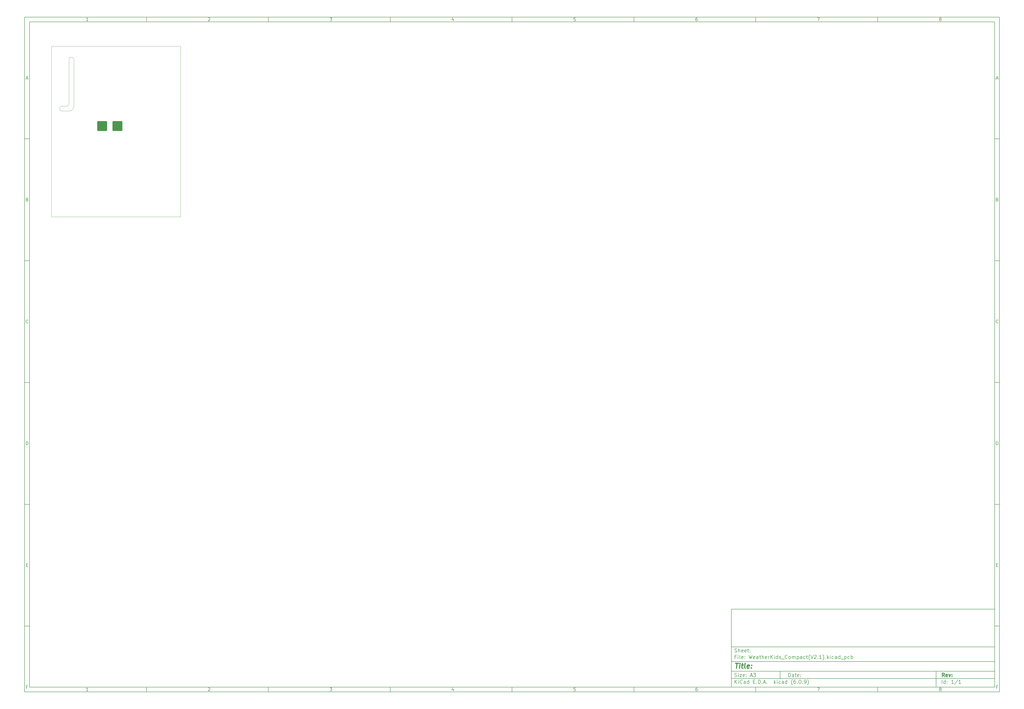
<source format=gbr>
%TF.GenerationSoftware,KiCad,Pcbnew,(6.0.9)*%
%TF.CreationDate,2023-07-16T00:02:42+05:30*%
%TF.ProjectId,WeatherKids_Compact(V2.1),57656174-6865-4724-9b69-64735f436f6d,rev?*%
%TF.SameCoordinates,Original*%
%TF.FileFunction,Paste,Bot*%
%TF.FilePolarity,Positive*%
%FSLAX46Y46*%
G04 Gerber Fmt 4.6, Leading zero omitted, Abs format (unit mm)*
G04 Created by KiCad (PCBNEW (6.0.9)) date 2023-07-16 00:02:42*
%MOMM*%
%LPD*%
G01*
G04 APERTURE LIST*
G04 Aperture macros list*
%AMRoundRect*
0 Rectangle with rounded corners*
0 $1 Rounding radius*
0 $2 $3 $4 $5 $6 $7 $8 $9 X,Y pos of 4 corners*
0 Add a 4 corners polygon primitive as box body*
4,1,4,$2,$3,$4,$5,$6,$7,$8,$9,$2,$3,0*
0 Add four circle primitives for the rounded corners*
1,1,$1+$1,$2,$3*
1,1,$1+$1,$4,$5*
1,1,$1+$1,$6,$7*
1,1,$1+$1,$8,$9*
0 Add four rect primitives between the rounded corners*
20,1,$1+$1,$2,$3,$4,$5,0*
20,1,$1+$1,$4,$5,$6,$7,0*
20,1,$1+$1,$6,$7,$8,$9,0*
20,1,$1+$1,$8,$9,$2,$3,0*%
G04 Aperture macros list end*
%ADD10C,0.100000*%
%ADD11C,0.150000*%
%ADD12C,0.300000*%
%ADD13C,0.400000*%
%TA.AperFunction,Profile*%
%ADD14C,0.050000*%
%TD*%
%ADD15RoundRect,0.227272X-1.772728X-1.772728X1.772728X-1.772728X1.772728X1.772728X-1.772728X1.772728X0*%
%ADD16RoundRect,0.227272X1.772728X1.772728X-1.772728X1.772728X-1.772728X-1.772728X1.772728X-1.772728X0*%
G04 APERTURE END LIST*
D10*
D11*
X299989000Y-253002200D02*
X299989000Y-285002200D01*
X407989000Y-285002200D01*
X407989000Y-253002200D01*
X299989000Y-253002200D01*
D10*
D11*
X10000000Y-10000000D02*
X10000000Y-287002200D01*
X409989000Y-287002200D01*
X409989000Y-10000000D01*
X10000000Y-10000000D01*
D10*
D11*
X12000000Y-12000000D02*
X12000000Y-285002200D01*
X407989000Y-285002200D01*
X407989000Y-12000000D01*
X12000000Y-12000000D01*
D10*
D11*
X60000000Y-12000000D02*
X60000000Y-10000000D01*
D10*
D11*
X110000000Y-12000000D02*
X110000000Y-10000000D01*
D10*
D11*
X160000000Y-12000000D02*
X160000000Y-10000000D01*
D10*
D11*
X210000000Y-12000000D02*
X210000000Y-10000000D01*
D10*
D11*
X260000000Y-12000000D02*
X260000000Y-10000000D01*
D10*
D11*
X310000000Y-12000000D02*
X310000000Y-10000000D01*
D10*
D11*
X360000000Y-12000000D02*
X360000000Y-10000000D01*
D10*
D11*
X36065476Y-11588095D02*
X35322619Y-11588095D01*
X35694047Y-11588095D02*
X35694047Y-10288095D01*
X35570238Y-10473809D01*
X35446428Y-10597619D01*
X35322619Y-10659523D01*
D10*
D11*
X85322619Y-10411904D02*
X85384523Y-10350000D01*
X85508333Y-10288095D01*
X85817857Y-10288095D01*
X85941666Y-10350000D01*
X86003571Y-10411904D01*
X86065476Y-10535714D01*
X86065476Y-10659523D01*
X86003571Y-10845238D01*
X85260714Y-11588095D01*
X86065476Y-11588095D01*
D10*
D11*
X135260714Y-10288095D02*
X136065476Y-10288095D01*
X135632142Y-10783333D01*
X135817857Y-10783333D01*
X135941666Y-10845238D01*
X136003571Y-10907142D01*
X136065476Y-11030952D01*
X136065476Y-11340476D01*
X136003571Y-11464285D01*
X135941666Y-11526190D01*
X135817857Y-11588095D01*
X135446428Y-11588095D01*
X135322619Y-11526190D01*
X135260714Y-11464285D01*
D10*
D11*
X185941666Y-10721428D02*
X185941666Y-11588095D01*
X185632142Y-10226190D02*
X185322619Y-11154761D01*
X186127380Y-11154761D01*
D10*
D11*
X236003571Y-10288095D02*
X235384523Y-10288095D01*
X235322619Y-10907142D01*
X235384523Y-10845238D01*
X235508333Y-10783333D01*
X235817857Y-10783333D01*
X235941666Y-10845238D01*
X236003571Y-10907142D01*
X236065476Y-11030952D01*
X236065476Y-11340476D01*
X236003571Y-11464285D01*
X235941666Y-11526190D01*
X235817857Y-11588095D01*
X235508333Y-11588095D01*
X235384523Y-11526190D01*
X235322619Y-11464285D01*
D10*
D11*
X285941666Y-10288095D02*
X285694047Y-10288095D01*
X285570238Y-10350000D01*
X285508333Y-10411904D01*
X285384523Y-10597619D01*
X285322619Y-10845238D01*
X285322619Y-11340476D01*
X285384523Y-11464285D01*
X285446428Y-11526190D01*
X285570238Y-11588095D01*
X285817857Y-11588095D01*
X285941666Y-11526190D01*
X286003571Y-11464285D01*
X286065476Y-11340476D01*
X286065476Y-11030952D01*
X286003571Y-10907142D01*
X285941666Y-10845238D01*
X285817857Y-10783333D01*
X285570238Y-10783333D01*
X285446428Y-10845238D01*
X285384523Y-10907142D01*
X285322619Y-11030952D01*
D10*
D11*
X335260714Y-10288095D02*
X336127380Y-10288095D01*
X335570238Y-11588095D01*
D10*
D11*
X385570238Y-10845238D02*
X385446428Y-10783333D01*
X385384523Y-10721428D01*
X385322619Y-10597619D01*
X385322619Y-10535714D01*
X385384523Y-10411904D01*
X385446428Y-10350000D01*
X385570238Y-10288095D01*
X385817857Y-10288095D01*
X385941666Y-10350000D01*
X386003571Y-10411904D01*
X386065476Y-10535714D01*
X386065476Y-10597619D01*
X386003571Y-10721428D01*
X385941666Y-10783333D01*
X385817857Y-10845238D01*
X385570238Y-10845238D01*
X385446428Y-10907142D01*
X385384523Y-10969047D01*
X385322619Y-11092857D01*
X385322619Y-11340476D01*
X385384523Y-11464285D01*
X385446428Y-11526190D01*
X385570238Y-11588095D01*
X385817857Y-11588095D01*
X385941666Y-11526190D01*
X386003571Y-11464285D01*
X386065476Y-11340476D01*
X386065476Y-11092857D01*
X386003571Y-10969047D01*
X385941666Y-10907142D01*
X385817857Y-10845238D01*
D10*
D11*
X60000000Y-285002200D02*
X60000000Y-287002200D01*
D10*
D11*
X110000000Y-285002200D02*
X110000000Y-287002200D01*
D10*
D11*
X160000000Y-285002200D02*
X160000000Y-287002200D01*
D10*
D11*
X210000000Y-285002200D02*
X210000000Y-287002200D01*
D10*
D11*
X260000000Y-285002200D02*
X260000000Y-287002200D01*
D10*
D11*
X310000000Y-285002200D02*
X310000000Y-287002200D01*
D10*
D11*
X360000000Y-285002200D02*
X360000000Y-287002200D01*
D10*
D11*
X36065476Y-286590295D02*
X35322619Y-286590295D01*
X35694047Y-286590295D02*
X35694047Y-285290295D01*
X35570238Y-285476009D01*
X35446428Y-285599819D01*
X35322619Y-285661723D01*
D10*
D11*
X85322619Y-285414104D02*
X85384523Y-285352200D01*
X85508333Y-285290295D01*
X85817857Y-285290295D01*
X85941666Y-285352200D01*
X86003571Y-285414104D01*
X86065476Y-285537914D01*
X86065476Y-285661723D01*
X86003571Y-285847438D01*
X85260714Y-286590295D01*
X86065476Y-286590295D01*
D10*
D11*
X135260714Y-285290295D02*
X136065476Y-285290295D01*
X135632142Y-285785533D01*
X135817857Y-285785533D01*
X135941666Y-285847438D01*
X136003571Y-285909342D01*
X136065476Y-286033152D01*
X136065476Y-286342676D01*
X136003571Y-286466485D01*
X135941666Y-286528390D01*
X135817857Y-286590295D01*
X135446428Y-286590295D01*
X135322619Y-286528390D01*
X135260714Y-286466485D01*
D10*
D11*
X185941666Y-285723628D02*
X185941666Y-286590295D01*
X185632142Y-285228390D02*
X185322619Y-286156961D01*
X186127380Y-286156961D01*
D10*
D11*
X236003571Y-285290295D02*
X235384523Y-285290295D01*
X235322619Y-285909342D01*
X235384523Y-285847438D01*
X235508333Y-285785533D01*
X235817857Y-285785533D01*
X235941666Y-285847438D01*
X236003571Y-285909342D01*
X236065476Y-286033152D01*
X236065476Y-286342676D01*
X236003571Y-286466485D01*
X235941666Y-286528390D01*
X235817857Y-286590295D01*
X235508333Y-286590295D01*
X235384523Y-286528390D01*
X235322619Y-286466485D01*
D10*
D11*
X285941666Y-285290295D02*
X285694047Y-285290295D01*
X285570238Y-285352200D01*
X285508333Y-285414104D01*
X285384523Y-285599819D01*
X285322619Y-285847438D01*
X285322619Y-286342676D01*
X285384523Y-286466485D01*
X285446428Y-286528390D01*
X285570238Y-286590295D01*
X285817857Y-286590295D01*
X285941666Y-286528390D01*
X286003571Y-286466485D01*
X286065476Y-286342676D01*
X286065476Y-286033152D01*
X286003571Y-285909342D01*
X285941666Y-285847438D01*
X285817857Y-285785533D01*
X285570238Y-285785533D01*
X285446428Y-285847438D01*
X285384523Y-285909342D01*
X285322619Y-286033152D01*
D10*
D11*
X335260714Y-285290295D02*
X336127380Y-285290295D01*
X335570238Y-286590295D01*
D10*
D11*
X385570238Y-285847438D02*
X385446428Y-285785533D01*
X385384523Y-285723628D01*
X385322619Y-285599819D01*
X385322619Y-285537914D01*
X385384523Y-285414104D01*
X385446428Y-285352200D01*
X385570238Y-285290295D01*
X385817857Y-285290295D01*
X385941666Y-285352200D01*
X386003571Y-285414104D01*
X386065476Y-285537914D01*
X386065476Y-285599819D01*
X386003571Y-285723628D01*
X385941666Y-285785533D01*
X385817857Y-285847438D01*
X385570238Y-285847438D01*
X385446428Y-285909342D01*
X385384523Y-285971247D01*
X385322619Y-286095057D01*
X385322619Y-286342676D01*
X385384523Y-286466485D01*
X385446428Y-286528390D01*
X385570238Y-286590295D01*
X385817857Y-286590295D01*
X385941666Y-286528390D01*
X386003571Y-286466485D01*
X386065476Y-286342676D01*
X386065476Y-286095057D01*
X386003571Y-285971247D01*
X385941666Y-285909342D01*
X385817857Y-285847438D01*
D10*
D11*
X10000000Y-60000000D02*
X12000000Y-60000000D01*
D10*
D11*
X10000000Y-110000000D02*
X12000000Y-110000000D01*
D10*
D11*
X10000000Y-160000000D02*
X12000000Y-160000000D01*
D10*
D11*
X10000000Y-210000000D02*
X12000000Y-210000000D01*
D10*
D11*
X10000000Y-260000000D02*
X12000000Y-260000000D01*
D10*
D11*
X10690476Y-35216666D02*
X11309523Y-35216666D01*
X10566666Y-35588095D02*
X11000000Y-34288095D01*
X11433333Y-35588095D01*
D10*
D11*
X11092857Y-84907142D02*
X11278571Y-84969047D01*
X11340476Y-85030952D01*
X11402380Y-85154761D01*
X11402380Y-85340476D01*
X11340476Y-85464285D01*
X11278571Y-85526190D01*
X11154761Y-85588095D01*
X10659523Y-85588095D01*
X10659523Y-84288095D01*
X11092857Y-84288095D01*
X11216666Y-84350000D01*
X11278571Y-84411904D01*
X11340476Y-84535714D01*
X11340476Y-84659523D01*
X11278571Y-84783333D01*
X11216666Y-84845238D01*
X11092857Y-84907142D01*
X10659523Y-84907142D01*
D10*
D11*
X11402380Y-135464285D02*
X11340476Y-135526190D01*
X11154761Y-135588095D01*
X11030952Y-135588095D01*
X10845238Y-135526190D01*
X10721428Y-135402380D01*
X10659523Y-135278571D01*
X10597619Y-135030952D01*
X10597619Y-134845238D01*
X10659523Y-134597619D01*
X10721428Y-134473809D01*
X10845238Y-134350000D01*
X11030952Y-134288095D01*
X11154761Y-134288095D01*
X11340476Y-134350000D01*
X11402380Y-134411904D01*
D10*
D11*
X10659523Y-185588095D02*
X10659523Y-184288095D01*
X10969047Y-184288095D01*
X11154761Y-184350000D01*
X11278571Y-184473809D01*
X11340476Y-184597619D01*
X11402380Y-184845238D01*
X11402380Y-185030952D01*
X11340476Y-185278571D01*
X11278571Y-185402380D01*
X11154761Y-185526190D01*
X10969047Y-185588095D01*
X10659523Y-185588095D01*
D10*
D11*
X10721428Y-234907142D02*
X11154761Y-234907142D01*
X11340476Y-235588095D02*
X10721428Y-235588095D01*
X10721428Y-234288095D01*
X11340476Y-234288095D01*
D10*
D11*
X11185714Y-284907142D02*
X10752380Y-284907142D01*
X10752380Y-285588095D02*
X10752380Y-284288095D01*
X11371428Y-284288095D01*
D10*
D11*
X409989000Y-60000000D02*
X407989000Y-60000000D01*
D10*
D11*
X409989000Y-110000000D02*
X407989000Y-110000000D01*
D10*
D11*
X409989000Y-160000000D02*
X407989000Y-160000000D01*
D10*
D11*
X409989000Y-210000000D02*
X407989000Y-210000000D01*
D10*
D11*
X409989000Y-260000000D02*
X407989000Y-260000000D01*
D10*
D11*
X408679476Y-35216666D02*
X409298523Y-35216666D01*
X408555666Y-35588095D02*
X408989000Y-34288095D01*
X409422333Y-35588095D01*
D10*
D11*
X409081857Y-84907142D02*
X409267571Y-84969047D01*
X409329476Y-85030952D01*
X409391380Y-85154761D01*
X409391380Y-85340476D01*
X409329476Y-85464285D01*
X409267571Y-85526190D01*
X409143761Y-85588095D01*
X408648523Y-85588095D01*
X408648523Y-84288095D01*
X409081857Y-84288095D01*
X409205666Y-84350000D01*
X409267571Y-84411904D01*
X409329476Y-84535714D01*
X409329476Y-84659523D01*
X409267571Y-84783333D01*
X409205666Y-84845238D01*
X409081857Y-84907142D01*
X408648523Y-84907142D01*
D10*
D11*
X409391380Y-135464285D02*
X409329476Y-135526190D01*
X409143761Y-135588095D01*
X409019952Y-135588095D01*
X408834238Y-135526190D01*
X408710428Y-135402380D01*
X408648523Y-135278571D01*
X408586619Y-135030952D01*
X408586619Y-134845238D01*
X408648523Y-134597619D01*
X408710428Y-134473809D01*
X408834238Y-134350000D01*
X409019952Y-134288095D01*
X409143761Y-134288095D01*
X409329476Y-134350000D01*
X409391380Y-134411904D01*
D10*
D11*
X408648523Y-185588095D02*
X408648523Y-184288095D01*
X408958047Y-184288095D01*
X409143761Y-184350000D01*
X409267571Y-184473809D01*
X409329476Y-184597619D01*
X409391380Y-184845238D01*
X409391380Y-185030952D01*
X409329476Y-185278571D01*
X409267571Y-185402380D01*
X409143761Y-185526190D01*
X408958047Y-185588095D01*
X408648523Y-185588095D01*
D10*
D11*
X408710428Y-234907142D02*
X409143761Y-234907142D01*
X409329476Y-235588095D02*
X408710428Y-235588095D01*
X408710428Y-234288095D01*
X409329476Y-234288095D01*
D10*
D11*
X409174714Y-284907142D02*
X408741380Y-284907142D01*
X408741380Y-285588095D02*
X408741380Y-284288095D01*
X409360428Y-284288095D01*
D10*
D11*
X323421142Y-280780771D02*
X323421142Y-279280771D01*
X323778285Y-279280771D01*
X323992571Y-279352200D01*
X324135428Y-279495057D01*
X324206857Y-279637914D01*
X324278285Y-279923628D01*
X324278285Y-280137914D01*
X324206857Y-280423628D01*
X324135428Y-280566485D01*
X323992571Y-280709342D01*
X323778285Y-280780771D01*
X323421142Y-280780771D01*
X325564000Y-280780771D02*
X325564000Y-279995057D01*
X325492571Y-279852200D01*
X325349714Y-279780771D01*
X325064000Y-279780771D01*
X324921142Y-279852200D01*
X325564000Y-280709342D02*
X325421142Y-280780771D01*
X325064000Y-280780771D01*
X324921142Y-280709342D01*
X324849714Y-280566485D01*
X324849714Y-280423628D01*
X324921142Y-280280771D01*
X325064000Y-280209342D01*
X325421142Y-280209342D01*
X325564000Y-280137914D01*
X326064000Y-279780771D02*
X326635428Y-279780771D01*
X326278285Y-279280771D02*
X326278285Y-280566485D01*
X326349714Y-280709342D01*
X326492571Y-280780771D01*
X326635428Y-280780771D01*
X327706857Y-280709342D02*
X327564000Y-280780771D01*
X327278285Y-280780771D01*
X327135428Y-280709342D01*
X327064000Y-280566485D01*
X327064000Y-279995057D01*
X327135428Y-279852200D01*
X327278285Y-279780771D01*
X327564000Y-279780771D01*
X327706857Y-279852200D01*
X327778285Y-279995057D01*
X327778285Y-280137914D01*
X327064000Y-280280771D01*
X328421142Y-280637914D02*
X328492571Y-280709342D01*
X328421142Y-280780771D01*
X328349714Y-280709342D01*
X328421142Y-280637914D01*
X328421142Y-280780771D01*
X328421142Y-279852200D02*
X328492571Y-279923628D01*
X328421142Y-279995057D01*
X328349714Y-279923628D01*
X328421142Y-279852200D01*
X328421142Y-279995057D01*
D10*
D11*
X299989000Y-281502200D02*
X407989000Y-281502200D01*
D10*
D11*
X301421142Y-283580771D02*
X301421142Y-282080771D01*
X302278285Y-283580771D02*
X301635428Y-282723628D01*
X302278285Y-282080771D02*
X301421142Y-282937914D01*
X302921142Y-283580771D02*
X302921142Y-282580771D01*
X302921142Y-282080771D02*
X302849714Y-282152200D01*
X302921142Y-282223628D01*
X302992571Y-282152200D01*
X302921142Y-282080771D01*
X302921142Y-282223628D01*
X304492571Y-283437914D02*
X304421142Y-283509342D01*
X304206857Y-283580771D01*
X304064000Y-283580771D01*
X303849714Y-283509342D01*
X303706857Y-283366485D01*
X303635428Y-283223628D01*
X303564000Y-282937914D01*
X303564000Y-282723628D01*
X303635428Y-282437914D01*
X303706857Y-282295057D01*
X303849714Y-282152200D01*
X304064000Y-282080771D01*
X304206857Y-282080771D01*
X304421142Y-282152200D01*
X304492571Y-282223628D01*
X305778285Y-283580771D02*
X305778285Y-282795057D01*
X305706857Y-282652200D01*
X305564000Y-282580771D01*
X305278285Y-282580771D01*
X305135428Y-282652200D01*
X305778285Y-283509342D02*
X305635428Y-283580771D01*
X305278285Y-283580771D01*
X305135428Y-283509342D01*
X305064000Y-283366485D01*
X305064000Y-283223628D01*
X305135428Y-283080771D01*
X305278285Y-283009342D01*
X305635428Y-283009342D01*
X305778285Y-282937914D01*
X307135428Y-283580771D02*
X307135428Y-282080771D01*
X307135428Y-283509342D02*
X306992571Y-283580771D01*
X306706857Y-283580771D01*
X306564000Y-283509342D01*
X306492571Y-283437914D01*
X306421142Y-283295057D01*
X306421142Y-282866485D01*
X306492571Y-282723628D01*
X306564000Y-282652200D01*
X306706857Y-282580771D01*
X306992571Y-282580771D01*
X307135428Y-282652200D01*
X308992571Y-282795057D02*
X309492571Y-282795057D01*
X309706857Y-283580771D02*
X308992571Y-283580771D01*
X308992571Y-282080771D01*
X309706857Y-282080771D01*
X310349714Y-283437914D02*
X310421142Y-283509342D01*
X310349714Y-283580771D01*
X310278285Y-283509342D01*
X310349714Y-283437914D01*
X310349714Y-283580771D01*
X311064000Y-283580771D02*
X311064000Y-282080771D01*
X311421142Y-282080771D01*
X311635428Y-282152200D01*
X311778285Y-282295057D01*
X311849714Y-282437914D01*
X311921142Y-282723628D01*
X311921142Y-282937914D01*
X311849714Y-283223628D01*
X311778285Y-283366485D01*
X311635428Y-283509342D01*
X311421142Y-283580771D01*
X311064000Y-283580771D01*
X312564000Y-283437914D02*
X312635428Y-283509342D01*
X312564000Y-283580771D01*
X312492571Y-283509342D01*
X312564000Y-283437914D01*
X312564000Y-283580771D01*
X313206857Y-283152200D02*
X313921142Y-283152200D01*
X313064000Y-283580771D02*
X313564000Y-282080771D01*
X314064000Y-283580771D01*
X314564000Y-283437914D02*
X314635428Y-283509342D01*
X314564000Y-283580771D01*
X314492571Y-283509342D01*
X314564000Y-283437914D01*
X314564000Y-283580771D01*
X317564000Y-283580771D02*
X317564000Y-282080771D01*
X317706857Y-283009342D02*
X318135428Y-283580771D01*
X318135428Y-282580771D02*
X317564000Y-283152200D01*
X318778285Y-283580771D02*
X318778285Y-282580771D01*
X318778285Y-282080771D02*
X318706857Y-282152200D01*
X318778285Y-282223628D01*
X318849714Y-282152200D01*
X318778285Y-282080771D01*
X318778285Y-282223628D01*
X320135428Y-283509342D02*
X319992571Y-283580771D01*
X319706857Y-283580771D01*
X319564000Y-283509342D01*
X319492571Y-283437914D01*
X319421142Y-283295057D01*
X319421142Y-282866485D01*
X319492571Y-282723628D01*
X319564000Y-282652200D01*
X319706857Y-282580771D01*
X319992571Y-282580771D01*
X320135428Y-282652200D01*
X321421142Y-283580771D02*
X321421142Y-282795057D01*
X321349714Y-282652200D01*
X321206857Y-282580771D01*
X320921142Y-282580771D01*
X320778285Y-282652200D01*
X321421142Y-283509342D02*
X321278285Y-283580771D01*
X320921142Y-283580771D01*
X320778285Y-283509342D01*
X320706857Y-283366485D01*
X320706857Y-283223628D01*
X320778285Y-283080771D01*
X320921142Y-283009342D01*
X321278285Y-283009342D01*
X321421142Y-282937914D01*
X322778285Y-283580771D02*
X322778285Y-282080771D01*
X322778285Y-283509342D02*
X322635428Y-283580771D01*
X322349714Y-283580771D01*
X322206857Y-283509342D01*
X322135428Y-283437914D01*
X322064000Y-283295057D01*
X322064000Y-282866485D01*
X322135428Y-282723628D01*
X322206857Y-282652200D01*
X322349714Y-282580771D01*
X322635428Y-282580771D01*
X322778285Y-282652200D01*
X325064000Y-284152200D02*
X324992571Y-284080771D01*
X324849714Y-283866485D01*
X324778285Y-283723628D01*
X324706857Y-283509342D01*
X324635428Y-283152200D01*
X324635428Y-282866485D01*
X324706857Y-282509342D01*
X324778285Y-282295057D01*
X324849714Y-282152200D01*
X324992571Y-281937914D01*
X325064000Y-281866485D01*
X326278285Y-282080771D02*
X325992571Y-282080771D01*
X325849714Y-282152200D01*
X325778285Y-282223628D01*
X325635428Y-282437914D01*
X325564000Y-282723628D01*
X325564000Y-283295057D01*
X325635428Y-283437914D01*
X325706857Y-283509342D01*
X325849714Y-283580771D01*
X326135428Y-283580771D01*
X326278285Y-283509342D01*
X326349714Y-283437914D01*
X326421142Y-283295057D01*
X326421142Y-282937914D01*
X326349714Y-282795057D01*
X326278285Y-282723628D01*
X326135428Y-282652200D01*
X325849714Y-282652200D01*
X325706857Y-282723628D01*
X325635428Y-282795057D01*
X325564000Y-282937914D01*
X327064000Y-283437914D02*
X327135428Y-283509342D01*
X327064000Y-283580771D01*
X326992571Y-283509342D01*
X327064000Y-283437914D01*
X327064000Y-283580771D01*
X328064000Y-282080771D02*
X328206857Y-282080771D01*
X328349714Y-282152200D01*
X328421142Y-282223628D01*
X328492571Y-282366485D01*
X328564000Y-282652200D01*
X328564000Y-283009342D01*
X328492571Y-283295057D01*
X328421142Y-283437914D01*
X328349714Y-283509342D01*
X328206857Y-283580771D01*
X328064000Y-283580771D01*
X327921142Y-283509342D01*
X327849714Y-283437914D01*
X327778285Y-283295057D01*
X327706857Y-283009342D01*
X327706857Y-282652200D01*
X327778285Y-282366485D01*
X327849714Y-282223628D01*
X327921142Y-282152200D01*
X328064000Y-282080771D01*
X329206857Y-283437914D02*
X329278285Y-283509342D01*
X329206857Y-283580771D01*
X329135428Y-283509342D01*
X329206857Y-283437914D01*
X329206857Y-283580771D01*
X329992571Y-283580771D02*
X330278285Y-283580771D01*
X330421142Y-283509342D01*
X330492571Y-283437914D01*
X330635428Y-283223628D01*
X330706857Y-282937914D01*
X330706857Y-282366485D01*
X330635428Y-282223628D01*
X330564000Y-282152200D01*
X330421142Y-282080771D01*
X330135428Y-282080771D01*
X329992571Y-282152200D01*
X329921142Y-282223628D01*
X329849714Y-282366485D01*
X329849714Y-282723628D01*
X329921142Y-282866485D01*
X329992571Y-282937914D01*
X330135428Y-283009342D01*
X330421142Y-283009342D01*
X330564000Y-282937914D01*
X330635428Y-282866485D01*
X330706857Y-282723628D01*
X331206857Y-284152200D02*
X331278285Y-284080771D01*
X331421142Y-283866485D01*
X331492571Y-283723628D01*
X331564000Y-283509342D01*
X331635428Y-283152200D01*
X331635428Y-282866485D01*
X331564000Y-282509342D01*
X331492571Y-282295057D01*
X331421142Y-282152200D01*
X331278285Y-281937914D01*
X331206857Y-281866485D01*
D10*
D11*
X299989000Y-278502200D02*
X407989000Y-278502200D01*
D10*
D12*
X387398285Y-280780771D02*
X386898285Y-280066485D01*
X386541142Y-280780771D02*
X386541142Y-279280771D01*
X387112571Y-279280771D01*
X387255428Y-279352200D01*
X387326857Y-279423628D01*
X387398285Y-279566485D01*
X387398285Y-279780771D01*
X387326857Y-279923628D01*
X387255428Y-279995057D01*
X387112571Y-280066485D01*
X386541142Y-280066485D01*
X388612571Y-280709342D02*
X388469714Y-280780771D01*
X388184000Y-280780771D01*
X388041142Y-280709342D01*
X387969714Y-280566485D01*
X387969714Y-279995057D01*
X388041142Y-279852200D01*
X388184000Y-279780771D01*
X388469714Y-279780771D01*
X388612571Y-279852200D01*
X388684000Y-279995057D01*
X388684000Y-280137914D01*
X387969714Y-280280771D01*
X389184000Y-279780771D02*
X389541142Y-280780771D01*
X389898285Y-279780771D01*
X390469714Y-280637914D02*
X390541142Y-280709342D01*
X390469714Y-280780771D01*
X390398285Y-280709342D01*
X390469714Y-280637914D01*
X390469714Y-280780771D01*
X390469714Y-279852200D02*
X390541142Y-279923628D01*
X390469714Y-279995057D01*
X390398285Y-279923628D01*
X390469714Y-279852200D01*
X390469714Y-279995057D01*
D10*
D11*
X301349714Y-280709342D02*
X301564000Y-280780771D01*
X301921142Y-280780771D01*
X302064000Y-280709342D01*
X302135428Y-280637914D01*
X302206857Y-280495057D01*
X302206857Y-280352200D01*
X302135428Y-280209342D01*
X302064000Y-280137914D01*
X301921142Y-280066485D01*
X301635428Y-279995057D01*
X301492571Y-279923628D01*
X301421142Y-279852200D01*
X301349714Y-279709342D01*
X301349714Y-279566485D01*
X301421142Y-279423628D01*
X301492571Y-279352200D01*
X301635428Y-279280771D01*
X301992571Y-279280771D01*
X302206857Y-279352200D01*
X302849714Y-280780771D02*
X302849714Y-279780771D01*
X302849714Y-279280771D02*
X302778285Y-279352200D01*
X302849714Y-279423628D01*
X302921142Y-279352200D01*
X302849714Y-279280771D01*
X302849714Y-279423628D01*
X303421142Y-279780771D02*
X304206857Y-279780771D01*
X303421142Y-280780771D01*
X304206857Y-280780771D01*
X305349714Y-280709342D02*
X305206857Y-280780771D01*
X304921142Y-280780771D01*
X304778285Y-280709342D01*
X304706857Y-280566485D01*
X304706857Y-279995057D01*
X304778285Y-279852200D01*
X304921142Y-279780771D01*
X305206857Y-279780771D01*
X305349714Y-279852200D01*
X305421142Y-279995057D01*
X305421142Y-280137914D01*
X304706857Y-280280771D01*
X306064000Y-280637914D02*
X306135428Y-280709342D01*
X306064000Y-280780771D01*
X305992571Y-280709342D01*
X306064000Y-280637914D01*
X306064000Y-280780771D01*
X306064000Y-279852200D02*
X306135428Y-279923628D01*
X306064000Y-279995057D01*
X305992571Y-279923628D01*
X306064000Y-279852200D01*
X306064000Y-279995057D01*
X307849714Y-280352200D02*
X308564000Y-280352200D01*
X307706857Y-280780771D02*
X308206857Y-279280771D01*
X308706857Y-280780771D01*
X309064000Y-279280771D02*
X309992571Y-279280771D01*
X309492571Y-279852200D01*
X309706857Y-279852200D01*
X309849714Y-279923628D01*
X309921142Y-279995057D01*
X309992571Y-280137914D01*
X309992571Y-280495057D01*
X309921142Y-280637914D01*
X309849714Y-280709342D01*
X309706857Y-280780771D01*
X309278285Y-280780771D01*
X309135428Y-280709342D01*
X309064000Y-280637914D01*
D10*
D11*
X386421142Y-283580771D02*
X386421142Y-282080771D01*
X387778285Y-283580771D02*
X387778285Y-282080771D01*
X387778285Y-283509342D02*
X387635428Y-283580771D01*
X387349714Y-283580771D01*
X387206857Y-283509342D01*
X387135428Y-283437914D01*
X387064000Y-283295057D01*
X387064000Y-282866485D01*
X387135428Y-282723628D01*
X387206857Y-282652200D01*
X387349714Y-282580771D01*
X387635428Y-282580771D01*
X387778285Y-282652200D01*
X388492571Y-283437914D02*
X388564000Y-283509342D01*
X388492571Y-283580771D01*
X388421142Y-283509342D01*
X388492571Y-283437914D01*
X388492571Y-283580771D01*
X388492571Y-282652200D02*
X388564000Y-282723628D01*
X388492571Y-282795057D01*
X388421142Y-282723628D01*
X388492571Y-282652200D01*
X388492571Y-282795057D01*
X391135428Y-283580771D02*
X390278285Y-283580771D01*
X390706857Y-283580771D02*
X390706857Y-282080771D01*
X390564000Y-282295057D01*
X390421142Y-282437914D01*
X390278285Y-282509342D01*
X392849714Y-282009342D02*
X391564000Y-283937914D01*
X394135428Y-283580771D02*
X393278285Y-283580771D01*
X393706857Y-283580771D02*
X393706857Y-282080771D01*
X393564000Y-282295057D01*
X393421142Y-282437914D01*
X393278285Y-282509342D01*
D10*
D11*
X299989000Y-274502200D02*
X407989000Y-274502200D01*
D10*
D13*
X301701380Y-275206961D02*
X302844238Y-275206961D01*
X302022809Y-277206961D02*
X302272809Y-275206961D01*
X303260904Y-277206961D02*
X303427571Y-275873628D01*
X303510904Y-275206961D02*
X303403761Y-275302200D01*
X303487095Y-275397438D01*
X303594238Y-275302200D01*
X303510904Y-275206961D01*
X303487095Y-275397438D01*
X304094238Y-275873628D02*
X304856142Y-275873628D01*
X304463285Y-275206961D02*
X304249000Y-276921247D01*
X304320428Y-277111723D01*
X304499000Y-277206961D01*
X304689476Y-277206961D01*
X305641857Y-277206961D02*
X305463285Y-277111723D01*
X305391857Y-276921247D01*
X305606142Y-275206961D01*
X307177571Y-277111723D02*
X306975190Y-277206961D01*
X306594238Y-277206961D01*
X306415666Y-277111723D01*
X306344238Y-276921247D01*
X306439476Y-276159342D01*
X306558523Y-275968866D01*
X306760904Y-275873628D01*
X307141857Y-275873628D01*
X307320428Y-275968866D01*
X307391857Y-276159342D01*
X307368047Y-276349819D01*
X306391857Y-276540295D01*
X308141857Y-277016485D02*
X308225190Y-277111723D01*
X308118047Y-277206961D01*
X308034714Y-277111723D01*
X308141857Y-277016485D01*
X308118047Y-277206961D01*
X308272809Y-275968866D02*
X308356142Y-276064104D01*
X308249000Y-276159342D01*
X308165666Y-276064104D01*
X308272809Y-275968866D01*
X308249000Y-276159342D01*
D10*
D11*
X301921142Y-272595057D02*
X301421142Y-272595057D01*
X301421142Y-273380771D02*
X301421142Y-271880771D01*
X302135428Y-271880771D01*
X302706857Y-273380771D02*
X302706857Y-272380771D01*
X302706857Y-271880771D02*
X302635428Y-271952200D01*
X302706857Y-272023628D01*
X302778285Y-271952200D01*
X302706857Y-271880771D01*
X302706857Y-272023628D01*
X303635428Y-273380771D02*
X303492571Y-273309342D01*
X303421142Y-273166485D01*
X303421142Y-271880771D01*
X304778285Y-273309342D02*
X304635428Y-273380771D01*
X304349714Y-273380771D01*
X304206857Y-273309342D01*
X304135428Y-273166485D01*
X304135428Y-272595057D01*
X304206857Y-272452200D01*
X304349714Y-272380771D01*
X304635428Y-272380771D01*
X304778285Y-272452200D01*
X304849714Y-272595057D01*
X304849714Y-272737914D01*
X304135428Y-272880771D01*
X305492571Y-273237914D02*
X305564000Y-273309342D01*
X305492571Y-273380771D01*
X305421142Y-273309342D01*
X305492571Y-273237914D01*
X305492571Y-273380771D01*
X305492571Y-272452200D02*
X305564000Y-272523628D01*
X305492571Y-272595057D01*
X305421142Y-272523628D01*
X305492571Y-272452200D01*
X305492571Y-272595057D01*
X307206857Y-271880771D02*
X307564000Y-273380771D01*
X307849714Y-272309342D01*
X308135428Y-273380771D01*
X308492571Y-271880771D01*
X309635428Y-273309342D02*
X309492571Y-273380771D01*
X309206857Y-273380771D01*
X309064000Y-273309342D01*
X308992571Y-273166485D01*
X308992571Y-272595057D01*
X309064000Y-272452200D01*
X309206857Y-272380771D01*
X309492571Y-272380771D01*
X309635428Y-272452200D01*
X309706857Y-272595057D01*
X309706857Y-272737914D01*
X308992571Y-272880771D01*
X310992571Y-273380771D02*
X310992571Y-272595057D01*
X310921142Y-272452200D01*
X310778285Y-272380771D01*
X310492571Y-272380771D01*
X310349714Y-272452200D01*
X310992571Y-273309342D02*
X310849714Y-273380771D01*
X310492571Y-273380771D01*
X310349714Y-273309342D01*
X310278285Y-273166485D01*
X310278285Y-273023628D01*
X310349714Y-272880771D01*
X310492571Y-272809342D01*
X310849714Y-272809342D01*
X310992571Y-272737914D01*
X311492571Y-272380771D02*
X312064000Y-272380771D01*
X311706857Y-271880771D02*
X311706857Y-273166485D01*
X311778285Y-273309342D01*
X311921142Y-273380771D01*
X312064000Y-273380771D01*
X312564000Y-273380771D02*
X312564000Y-271880771D01*
X313206857Y-273380771D02*
X313206857Y-272595057D01*
X313135428Y-272452200D01*
X312992571Y-272380771D01*
X312778285Y-272380771D01*
X312635428Y-272452200D01*
X312564000Y-272523628D01*
X314492571Y-273309342D02*
X314349714Y-273380771D01*
X314064000Y-273380771D01*
X313921142Y-273309342D01*
X313849714Y-273166485D01*
X313849714Y-272595057D01*
X313921142Y-272452200D01*
X314064000Y-272380771D01*
X314349714Y-272380771D01*
X314492571Y-272452200D01*
X314564000Y-272595057D01*
X314564000Y-272737914D01*
X313849714Y-272880771D01*
X315206857Y-273380771D02*
X315206857Y-272380771D01*
X315206857Y-272666485D02*
X315278285Y-272523628D01*
X315349714Y-272452200D01*
X315492571Y-272380771D01*
X315635428Y-272380771D01*
X316135428Y-273380771D02*
X316135428Y-271880771D01*
X316992571Y-273380771D02*
X316349714Y-272523628D01*
X316992571Y-271880771D02*
X316135428Y-272737914D01*
X317635428Y-273380771D02*
X317635428Y-272380771D01*
X317635428Y-271880771D02*
X317564000Y-271952200D01*
X317635428Y-272023628D01*
X317706857Y-271952200D01*
X317635428Y-271880771D01*
X317635428Y-272023628D01*
X318992571Y-273380771D02*
X318992571Y-271880771D01*
X318992571Y-273309342D02*
X318849714Y-273380771D01*
X318564000Y-273380771D01*
X318421142Y-273309342D01*
X318349714Y-273237914D01*
X318278285Y-273095057D01*
X318278285Y-272666485D01*
X318349714Y-272523628D01*
X318421142Y-272452200D01*
X318564000Y-272380771D01*
X318849714Y-272380771D01*
X318992571Y-272452200D01*
X319635428Y-273309342D02*
X319778285Y-273380771D01*
X320064000Y-273380771D01*
X320206857Y-273309342D01*
X320278285Y-273166485D01*
X320278285Y-273095057D01*
X320206857Y-272952200D01*
X320064000Y-272880771D01*
X319849714Y-272880771D01*
X319706857Y-272809342D01*
X319635428Y-272666485D01*
X319635428Y-272595057D01*
X319706857Y-272452200D01*
X319849714Y-272380771D01*
X320064000Y-272380771D01*
X320206857Y-272452200D01*
X320564000Y-273523628D02*
X321706857Y-273523628D01*
X322921142Y-273237914D02*
X322849714Y-273309342D01*
X322635428Y-273380771D01*
X322492571Y-273380771D01*
X322278285Y-273309342D01*
X322135428Y-273166485D01*
X322064000Y-273023628D01*
X321992571Y-272737914D01*
X321992571Y-272523628D01*
X322064000Y-272237914D01*
X322135428Y-272095057D01*
X322278285Y-271952200D01*
X322492571Y-271880771D01*
X322635428Y-271880771D01*
X322849714Y-271952200D01*
X322921142Y-272023628D01*
X323778285Y-273380771D02*
X323635428Y-273309342D01*
X323564000Y-273237914D01*
X323492571Y-273095057D01*
X323492571Y-272666485D01*
X323564000Y-272523628D01*
X323635428Y-272452200D01*
X323778285Y-272380771D01*
X323992571Y-272380771D01*
X324135428Y-272452200D01*
X324206857Y-272523628D01*
X324278285Y-272666485D01*
X324278285Y-273095057D01*
X324206857Y-273237914D01*
X324135428Y-273309342D01*
X323992571Y-273380771D01*
X323778285Y-273380771D01*
X324921142Y-273380771D02*
X324921142Y-272380771D01*
X324921142Y-272523628D02*
X324992571Y-272452200D01*
X325135428Y-272380771D01*
X325349714Y-272380771D01*
X325492571Y-272452200D01*
X325564000Y-272595057D01*
X325564000Y-273380771D01*
X325564000Y-272595057D02*
X325635428Y-272452200D01*
X325778285Y-272380771D01*
X325992571Y-272380771D01*
X326135428Y-272452200D01*
X326206857Y-272595057D01*
X326206857Y-273380771D01*
X326921142Y-272380771D02*
X326921142Y-273880771D01*
X326921142Y-272452200D02*
X327064000Y-272380771D01*
X327349714Y-272380771D01*
X327492571Y-272452200D01*
X327564000Y-272523628D01*
X327635428Y-272666485D01*
X327635428Y-273095057D01*
X327564000Y-273237914D01*
X327492571Y-273309342D01*
X327349714Y-273380771D01*
X327064000Y-273380771D01*
X326921142Y-273309342D01*
X328921142Y-273380771D02*
X328921142Y-272595057D01*
X328849714Y-272452200D01*
X328706857Y-272380771D01*
X328421142Y-272380771D01*
X328278285Y-272452200D01*
X328921142Y-273309342D02*
X328778285Y-273380771D01*
X328421142Y-273380771D01*
X328278285Y-273309342D01*
X328206857Y-273166485D01*
X328206857Y-273023628D01*
X328278285Y-272880771D01*
X328421142Y-272809342D01*
X328778285Y-272809342D01*
X328921142Y-272737914D01*
X330278285Y-273309342D02*
X330135428Y-273380771D01*
X329849714Y-273380771D01*
X329706857Y-273309342D01*
X329635428Y-273237914D01*
X329564000Y-273095057D01*
X329564000Y-272666485D01*
X329635428Y-272523628D01*
X329706857Y-272452200D01*
X329849714Y-272380771D01*
X330135428Y-272380771D01*
X330278285Y-272452200D01*
X330706857Y-272380771D02*
X331278285Y-272380771D01*
X330921142Y-271880771D02*
X330921142Y-273166485D01*
X330992571Y-273309342D01*
X331135428Y-273380771D01*
X331278285Y-273380771D01*
X332206857Y-273952200D02*
X332135428Y-273880771D01*
X331992571Y-273666485D01*
X331921142Y-273523628D01*
X331849714Y-273309342D01*
X331778285Y-272952200D01*
X331778285Y-272666485D01*
X331849714Y-272309342D01*
X331921142Y-272095057D01*
X331992571Y-271952200D01*
X332135428Y-271737914D01*
X332206857Y-271666485D01*
X332564000Y-271880771D02*
X333064000Y-273380771D01*
X333564000Y-271880771D01*
X333992571Y-272023628D02*
X334064000Y-271952200D01*
X334206857Y-271880771D01*
X334564000Y-271880771D01*
X334706857Y-271952200D01*
X334778285Y-272023628D01*
X334849714Y-272166485D01*
X334849714Y-272309342D01*
X334778285Y-272523628D01*
X333921142Y-273380771D01*
X334849714Y-273380771D01*
X335492571Y-273237914D02*
X335564000Y-273309342D01*
X335492571Y-273380771D01*
X335421142Y-273309342D01*
X335492571Y-273237914D01*
X335492571Y-273380771D01*
X336992571Y-273380771D02*
X336135428Y-273380771D01*
X336564000Y-273380771D02*
X336564000Y-271880771D01*
X336421142Y-272095057D01*
X336278285Y-272237914D01*
X336135428Y-272309342D01*
X337492571Y-273952200D02*
X337564000Y-273880771D01*
X337706857Y-273666485D01*
X337778285Y-273523628D01*
X337849714Y-273309342D01*
X337921142Y-272952200D01*
X337921142Y-272666485D01*
X337849714Y-272309342D01*
X337778285Y-272095057D01*
X337706857Y-271952200D01*
X337564000Y-271737914D01*
X337492571Y-271666485D01*
X338635428Y-273237914D02*
X338706857Y-273309342D01*
X338635428Y-273380771D01*
X338564000Y-273309342D01*
X338635428Y-273237914D01*
X338635428Y-273380771D01*
X339349714Y-273380771D02*
X339349714Y-271880771D01*
X339492571Y-272809342D02*
X339921142Y-273380771D01*
X339921142Y-272380771D02*
X339349714Y-272952200D01*
X340564000Y-273380771D02*
X340564000Y-272380771D01*
X340564000Y-271880771D02*
X340492571Y-271952200D01*
X340564000Y-272023628D01*
X340635428Y-271952200D01*
X340564000Y-271880771D01*
X340564000Y-272023628D01*
X341921142Y-273309342D02*
X341778285Y-273380771D01*
X341492571Y-273380771D01*
X341349714Y-273309342D01*
X341278285Y-273237914D01*
X341206857Y-273095057D01*
X341206857Y-272666485D01*
X341278285Y-272523628D01*
X341349714Y-272452200D01*
X341492571Y-272380771D01*
X341778285Y-272380771D01*
X341921142Y-272452200D01*
X343206857Y-273380771D02*
X343206857Y-272595057D01*
X343135428Y-272452200D01*
X342992571Y-272380771D01*
X342706857Y-272380771D01*
X342564000Y-272452200D01*
X343206857Y-273309342D02*
X343064000Y-273380771D01*
X342706857Y-273380771D01*
X342564000Y-273309342D01*
X342492571Y-273166485D01*
X342492571Y-273023628D01*
X342564000Y-272880771D01*
X342706857Y-272809342D01*
X343064000Y-272809342D01*
X343206857Y-272737914D01*
X344564000Y-273380771D02*
X344564000Y-271880771D01*
X344564000Y-273309342D02*
X344421142Y-273380771D01*
X344135428Y-273380771D01*
X343992571Y-273309342D01*
X343921142Y-273237914D01*
X343849714Y-273095057D01*
X343849714Y-272666485D01*
X343921142Y-272523628D01*
X343992571Y-272452200D01*
X344135428Y-272380771D01*
X344421142Y-272380771D01*
X344564000Y-272452200D01*
X344921142Y-273523628D02*
X346064000Y-273523628D01*
X346421142Y-272380771D02*
X346421142Y-273880771D01*
X346421142Y-272452200D02*
X346564000Y-272380771D01*
X346849714Y-272380771D01*
X346992571Y-272452200D01*
X347064000Y-272523628D01*
X347135428Y-272666485D01*
X347135428Y-273095057D01*
X347064000Y-273237914D01*
X346992571Y-273309342D01*
X346849714Y-273380771D01*
X346564000Y-273380771D01*
X346421142Y-273309342D01*
X348421142Y-273309342D02*
X348278285Y-273380771D01*
X347992571Y-273380771D01*
X347849714Y-273309342D01*
X347778285Y-273237914D01*
X347706857Y-273095057D01*
X347706857Y-272666485D01*
X347778285Y-272523628D01*
X347849714Y-272452200D01*
X347992571Y-272380771D01*
X348278285Y-272380771D01*
X348421142Y-272452200D01*
X349064000Y-273380771D02*
X349064000Y-271880771D01*
X349064000Y-272452200D02*
X349206857Y-272380771D01*
X349492571Y-272380771D01*
X349635428Y-272452200D01*
X349706857Y-272523628D01*
X349778285Y-272666485D01*
X349778285Y-273095057D01*
X349706857Y-273237914D01*
X349635428Y-273309342D01*
X349492571Y-273380771D01*
X349206857Y-273380771D01*
X349064000Y-273309342D01*
D10*
D11*
X299989000Y-268502200D02*
X407989000Y-268502200D01*
D10*
D11*
X301349714Y-270609342D02*
X301564000Y-270680771D01*
X301921142Y-270680771D01*
X302064000Y-270609342D01*
X302135428Y-270537914D01*
X302206857Y-270395057D01*
X302206857Y-270252200D01*
X302135428Y-270109342D01*
X302064000Y-270037914D01*
X301921142Y-269966485D01*
X301635428Y-269895057D01*
X301492571Y-269823628D01*
X301421142Y-269752200D01*
X301349714Y-269609342D01*
X301349714Y-269466485D01*
X301421142Y-269323628D01*
X301492571Y-269252200D01*
X301635428Y-269180771D01*
X301992571Y-269180771D01*
X302206857Y-269252200D01*
X302849714Y-270680771D02*
X302849714Y-269180771D01*
X303492571Y-270680771D02*
X303492571Y-269895057D01*
X303421142Y-269752200D01*
X303278285Y-269680771D01*
X303064000Y-269680771D01*
X302921142Y-269752200D01*
X302849714Y-269823628D01*
X304778285Y-270609342D02*
X304635428Y-270680771D01*
X304349714Y-270680771D01*
X304206857Y-270609342D01*
X304135428Y-270466485D01*
X304135428Y-269895057D01*
X304206857Y-269752200D01*
X304349714Y-269680771D01*
X304635428Y-269680771D01*
X304778285Y-269752200D01*
X304849714Y-269895057D01*
X304849714Y-270037914D01*
X304135428Y-270180771D01*
X306064000Y-270609342D02*
X305921142Y-270680771D01*
X305635428Y-270680771D01*
X305492571Y-270609342D01*
X305421142Y-270466485D01*
X305421142Y-269895057D01*
X305492571Y-269752200D01*
X305635428Y-269680771D01*
X305921142Y-269680771D01*
X306064000Y-269752200D01*
X306135428Y-269895057D01*
X306135428Y-270037914D01*
X305421142Y-270180771D01*
X306564000Y-269680771D02*
X307135428Y-269680771D01*
X306778285Y-269180771D02*
X306778285Y-270466485D01*
X306849714Y-270609342D01*
X306992571Y-270680771D01*
X307135428Y-270680771D01*
X307635428Y-270537914D02*
X307706857Y-270609342D01*
X307635428Y-270680771D01*
X307564000Y-270609342D01*
X307635428Y-270537914D01*
X307635428Y-270680771D01*
X307635428Y-269752200D02*
X307706857Y-269823628D01*
X307635428Y-269895057D01*
X307564000Y-269823628D01*
X307635428Y-269752200D01*
X307635428Y-269895057D01*
D10*
D12*
D10*
D11*
D10*
D11*
D10*
D11*
D10*
D11*
D10*
D11*
X319989000Y-278502200D02*
X319989000Y-281502200D01*
D10*
D11*
X383989000Y-278502200D02*
X383989000Y-285002200D01*
D14*
X21000000Y-92000000D02*
X74000000Y-92000000D01*
X25351225Y-46600000D02*
G75*
G03*
X25351225Y-48600000I50025J-1000000D01*
G01*
X30200000Y-27451225D02*
G75*
G03*
X28200000Y-27451225I-1000000J-50025D01*
G01*
X74000000Y-92000000D02*
X74000000Y-22000000D01*
X30200000Y-27451225D02*
X30200000Y-46600000D01*
X28200000Y-45600000D02*
X28200000Y-27451225D01*
X27100000Y-46600000D02*
G75*
G03*
X28200000Y-45600000I50000J1050000D01*
G01*
X21000000Y-22000000D02*
X21000000Y-92000000D01*
X74000000Y-22000000D02*
X21000000Y-22000000D01*
X28100000Y-48600000D02*
G75*
G03*
X30200000Y-46600000I50000J2050000D01*
G01*
X25351225Y-48600000D02*
X28100000Y-48600000D01*
X25351225Y-46600000D02*
X27100000Y-46600000D01*
D15*
%TO.C,J5*%
X41800000Y-54750000D03*
%TD*%
D16*
%TO.C,J\u0DD0*%
X48100000Y-54750000D03*
%TD*%
M02*

</source>
